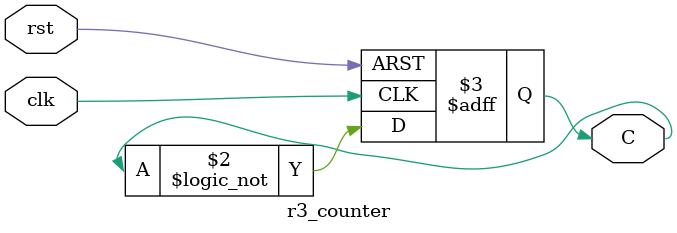
<source format=v>
module r3_counter (
    input clk, rst,
    output reg C
);
    always @(negedge clk, posedge rst ) begin
       if (rst) C <= 1'd0;
       else C <= !(C) ;
    end  
endmodule
</source>
